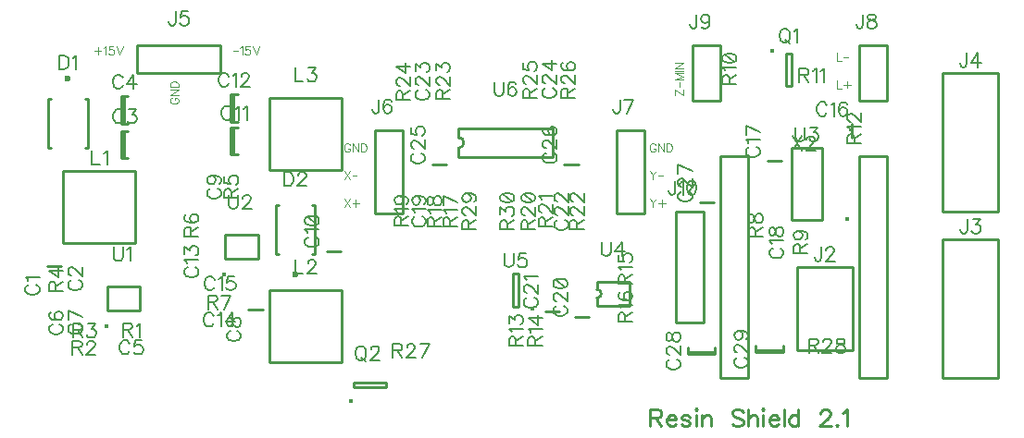
<source format=gbr>
G04 DipTrace 2.4.0.2*
%INTopSilk.gbr*%
%MOIN*%
%ADD10C,0.0098*%
%ADD24C,0.0236*%
%ADD30C,0.0154*%
%ADD33C,0.0157*%
%ADD80C,0.0077*%
%ADD81C,0.0046*%
%ADD82C,0.0093*%
%FSLAX44Y44*%
G04*
G70*
G90*
G75*
G01*
%LNTopSilk*%
%LPD*%
X5185Y10479D2*
D10*
X5696D1*
X7949Y14386D2*
Y15371D1*
X7874Y14386D2*
Y15371D1*
Y14386D2*
X8110D1*
X7874Y15371D2*
X8110D1*
X7949Y15636D2*
Y16621D1*
X7874Y15636D2*
Y16621D1*
Y15636D2*
X8110D1*
X7874Y16621D2*
X8110D1*
X12436Y8917D2*
X12947D1*
X15760Y11027D2*
X15248D1*
X11887Y14511D2*
Y15496D1*
X11812Y14511D2*
Y15496D1*
Y14511D2*
X12048D1*
X11812Y15496D2*
X12048D1*
X11887Y15699D2*
Y16683D1*
X11812Y15699D2*
Y16683D1*
Y15699D2*
X12048D1*
X11812Y16683D2*
X12048D1*
X34165Y15633D2*
Y15122D1*
X31633Y14276D2*
X31122D1*
X24698Y8652D2*
X24187D1*
X23636Y8839D2*
X23124D1*
X19573Y14153D2*
X19061D1*
X24323Y14152D2*
X23812D1*
X29196Y12776D2*
X28684D1*
X29245Y7385D2*
X28260D1*
X29245Y7311D2*
X28260D1*
X29245D2*
Y7546D1*
X28260Y7311D2*
Y7546D1*
X31682Y7448D2*
X30698D1*
X31682Y7373D2*
X30698D1*
X31682D2*
Y7609D1*
X30698Y7373D2*
Y7609D1*
X6649Y16524D2*
Y14752D1*
X5232Y16524D2*
Y14752D1*
X6649D2*
X6551D1*
X6649Y16524D2*
X6551D1*
X5331Y14752D2*
X5232D1*
X5331Y16524D2*
X5232D1*
D24*
X5941Y17242D3*
X13420Y10921D2*
D10*
Y12693D1*
X14837Y10921D2*
Y12693D1*
X13420D2*
X13519D1*
X13420Y10921D2*
X13519D1*
X14739Y12693D2*
X14837D1*
X14739Y10921D2*
X14837D1*
D24*
X14129Y10202D3*
X32190Y7440D2*
D10*
X34190D1*
Y10440D1*
X32190D1*
Y7440D1*
X37440Y6440D2*
X39440D1*
Y11440D1*
X37440D1*
Y6440D1*
Y12440D2*
X39440D1*
Y17440D1*
X37440D1*
Y12440D1*
X8440Y18440D2*
X11440D1*
Y17440D1*
X8440D1*
Y18440D1*
X17004Y12379D2*
X18004D1*
Y15378D1*
X17004D1*
Y12379D1*
X25692D2*
X26692D1*
Y15378D1*
X25692D1*
Y12379D1*
X34440Y16440D2*
X35440D1*
Y18440D1*
X34440D1*
Y16440D1*
X28440D2*
X29440D1*
Y18440D1*
X28440D1*
Y16440D1*
X27818Y8440D2*
X28818D1*
Y12441D1*
X27818D1*
Y8440D1*
X8375Y11329D2*
X5777D1*
Y13928D1*
X8375D1*
Y11329D1*
X15803Y9625D2*
X13205D1*
Y7027D1*
X15803D1*
Y9625D1*
Y16563D2*
X13205D1*
Y13964D1*
X15803D1*
Y16563D1*
D30*
X31293Y18248D3*
X31794Y18156D2*
D10*
Y16975D1*
X31991D1*
Y18156D1*
X31794D1*
D30*
X16132Y5605D3*
X16224Y6107D2*
D10*
X17405D1*
Y6304D1*
X16224D1*
Y6107D1*
X7359Y8873D2*
X8540D1*
X7359Y9740D2*
X8540D1*
Y8873D2*
Y9740D1*
D33*
X7320Y8322D3*
X7359Y8873D2*
D10*
Y9740D1*
X11610Y10749D2*
X12791D1*
X11610Y11615D2*
X12791D1*
Y10749D2*
Y11615D1*
D33*
X11570Y10198D3*
X11610Y10749D2*
D10*
Y11615D1*
D30*
X33992Y12182D3*
X33099Y12171D2*
D10*
Y14770D1*
X31997Y12171D2*
Y14770D1*
X33099D2*
X31997D1*
X33099Y12171D2*
X31997D1*
X24986Y9061D2*
X26167D1*
X24986Y9927D2*
X26167D1*
Y9061D2*
Y9927D1*
X24986Y9061D2*
Y9337D1*
Y9652D2*
Y9927D1*
Y9337D2*
G03X24986Y9652I0J158D01*
G01*
D30*
X22652Y8945D3*
X22151Y9037D2*
D10*
Y10218D1*
X21954D1*
Y9037D1*
X22151D1*
X19999Y14430D2*
X23385D1*
X19999Y15453D2*
X23385D1*
Y14430D2*
Y15453D1*
X19999Y14430D2*
Y14745D1*
Y15138D2*
Y15453D1*
Y14745D2*
G03X19999Y15138I0J197D01*
G01*
X34440Y6440D2*
X35440D1*
Y14440D1*
X34440D1*
Y6440D1*
X29440D2*
X30440D1*
Y14440D1*
X29440D1*
Y6440D1*
X4533Y9813D2*
D80*
X4485Y9789D1*
X4437Y9741D1*
X4413Y9693D1*
Y9598D1*
X4437Y9550D1*
X4485Y9502D1*
X4533Y9478D1*
X4604Y9454D1*
X4724D1*
X4796Y9478D1*
X4844Y9502D1*
X4891Y9550D1*
X4916Y9598D1*
Y9693D1*
X4891Y9741D1*
X4844Y9789D1*
X4796Y9813D1*
X4509Y9967D2*
X4485Y10015D1*
X4414Y10087D1*
X4916D1*
X6069Y9978D2*
X6021Y9954D1*
X5973Y9906D1*
X5949Y9859D1*
Y9763D1*
X5973Y9715D1*
X6021Y9667D1*
X6069Y9643D1*
X6141Y9619D1*
X6260D1*
X6332Y9643D1*
X6380Y9667D1*
X6427Y9715D1*
X6452Y9763D1*
Y9859D1*
X6427Y9906D1*
X6380Y9954D1*
X6332Y9978D1*
X6069Y10157D2*
X6045D1*
X5997Y10180D1*
X5974Y10204D1*
X5950Y10252D1*
Y10348D1*
X5974Y10395D1*
X5997Y10419D1*
X6045Y10444D1*
X6093D1*
X6141Y10419D1*
X6212Y10372D1*
X6452Y10132D1*
Y10467D1*
X7927Y16023D2*
X7903Y16071D1*
X7855Y16119D1*
X7807Y16142D1*
X7712D1*
X7664Y16119D1*
X7616Y16071D1*
X7592Y16023D1*
X7568Y15951D1*
Y15831D1*
X7592Y15760D1*
X7616Y15712D1*
X7664Y15664D1*
X7712Y15640D1*
X7807D1*
X7855Y15664D1*
X7903Y15712D1*
X7927Y15760D1*
X8129Y16142D2*
X8392D1*
X8249Y15951D1*
X8320D1*
X8368Y15927D1*
X8392Y15903D1*
X8416Y15831D1*
Y15784D1*
X8392Y15712D1*
X8344Y15664D1*
X8272Y15640D1*
X8201D1*
X8129Y15664D1*
X8105Y15688D1*
X8081Y15736D1*
X7915Y17273D2*
X7891Y17320D1*
X7843Y17368D1*
X7795Y17392D1*
X7700D1*
X7652Y17368D1*
X7604Y17320D1*
X7580Y17273D1*
X7556Y17201D1*
Y17081D1*
X7580Y17010D1*
X7604Y16962D1*
X7652Y16914D1*
X7700Y16890D1*
X7795D1*
X7843Y16914D1*
X7891Y16962D1*
X7915Y17010D1*
X8308Y16890D2*
Y17392D1*
X8069Y17057D1*
X8428D1*
X8166Y7688D2*
X8142Y7735D1*
X8094Y7783D1*
X8047Y7807D1*
X7951D1*
X7903Y7783D1*
X7855Y7735D1*
X7831Y7688D1*
X7807Y7616D1*
Y7496D1*
X7831Y7425D1*
X7855Y7377D1*
X7903Y7329D1*
X7951Y7305D1*
X8047D1*
X8094Y7329D1*
X8142Y7377D1*
X8166Y7425D1*
X8607Y7807D2*
X8368D1*
X8345Y7592D1*
X8368Y7615D1*
X8440Y7640D1*
X8512D1*
X8583Y7615D1*
X8631Y7568D1*
X8655Y7496D1*
Y7448D1*
X8631Y7377D1*
X8583Y7328D1*
X8512Y7305D1*
X8440D1*
X8368Y7328D1*
X8345Y7353D1*
X8320Y7400D1*
X5381Y8391D2*
X5334Y8367D1*
X5286Y8319D1*
X5262Y8272D1*
Y8176D1*
X5286Y8128D1*
X5334Y8081D1*
X5381Y8056D1*
X5453Y8033D1*
X5573D1*
X5644Y8056D1*
X5692Y8081D1*
X5740Y8128D1*
X5764Y8176D1*
Y8272D1*
X5740Y8319D1*
X5692Y8367D1*
X5644Y8391D1*
X5334Y8832D2*
X5286Y8809D1*
X5262Y8737D1*
Y8689D1*
X5286Y8617D1*
X5358Y8569D1*
X5477Y8546D1*
X5597D1*
X5692Y8569D1*
X5740Y8617D1*
X5764Y8689D1*
Y8713D1*
X5740Y8784D1*
X5692Y8832D1*
X5620Y8856D1*
X5597D1*
X5525Y8832D1*
X5477Y8784D1*
X5454Y8713D1*
Y8689D1*
X5477Y8617D1*
X5525Y8569D1*
X5597Y8546D1*
X6069Y8397D2*
X6021Y8374D1*
X5973Y8325D1*
X5949Y8278D1*
Y8182D1*
X5973Y8134D1*
X6021Y8087D1*
X6069Y8062D1*
X6140Y8039D1*
X6260D1*
X6332Y8062D1*
X6380Y8087D1*
X6427Y8134D1*
X6452Y8182D1*
Y8278D1*
X6427Y8325D1*
X6380Y8374D1*
X6332Y8397D1*
X6452Y8647D2*
X5950Y8887D1*
Y8552D1*
X11783Y8143D2*
X11736Y8119D1*
X11688Y8071D1*
X11664Y8023D1*
Y7928D1*
X11688Y7880D1*
X11736Y7832D1*
X11783Y7808D1*
X11855Y7784D1*
X11975D1*
X12046Y7808D1*
X12094Y7832D1*
X12142Y7880D1*
X12166Y7928D1*
Y8023D1*
X12142Y8071D1*
X12094Y8119D1*
X12046Y8143D1*
X11664Y8417D2*
X11688Y8345D1*
X11736Y8321D1*
X11784D1*
X11831Y8345D1*
X11856Y8393D1*
X11879Y8488D1*
X11903Y8560D1*
X11951Y8608D1*
X11999Y8632D1*
X12071D1*
X12118Y8608D1*
X12143Y8584D1*
X12166Y8512D1*
Y8417D1*
X12143Y8345D1*
X12118Y8321D1*
X12071Y8297D1*
X11999D1*
X11951Y8321D1*
X11903Y8369D1*
X11879Y8440D1*
X11856Y8536D1*
X11831Y8584D1*
X11784Y8608D1*
X11736D1*
X11688Y8584D1*
X11664Y8512D1*
Y8417D1*
X11069Y13285D2*
X11022Y13261D1*
X10974Y13213D1*
X10950Y13165D1*
Y13070D1*
X10974Y13022D1*
X11022Y12974D1*
X11069Y12950D1*
X11141Y12926D1*
X11261D1*
X11332Y12950D1*
X11380Y12974D1*
X11428Y13022D1*
X11452Y13070D1*
Y13165D1*
X11428Y13213D1*
X11380Y13261D1*
X11332Y13285D1*
X11117Y13750D2*
X11189Y13726D1*
X11237Y13678D1*
X11261Y13607D1*
Y13583D1*
X11237Y13511D1*
X11189Y13463D1*
X11117Y13439D1*
X11093D1*
X11022Y13463D1*
X10974Y13511D1*
X10950Y13583D1*
Y13607D1*
X10974Y13678D1*
X11022Y13726D1*
X11117Y13750D1*
X11237D1*
X11357Y13726D1*
X11428Y13678D1*
X11452Y13607D1*
Y13559D1*
X11428Y13487D1*
X11380Y13463D1*
X14596Y11533D2*
X14548Y11510D1*
X14500Y11461D1*
X14476Y11414D1*
Y11318D1*
X14500Y11270D1*
X14548Y11223D1*
X14596Y11198D1*
X14668Y11175D1*
X14787D1*
X14859Y11198D1*
X14907Y11223D1*
X14954Y11270D1*
X14979Y11318D1*
Y11414D1*
X14954Y11461D1*
X14907Y11510D1*
X14859Y11533D1*
X14572Y11688D2*
X14548Y11736D1*
X14477Y11808D1*
X14979D1*
X14477Y12106D2*
X14501Y12034D1*
X14572Y11986D1*
X14692Y11962D1*
X14764D1*
X14883Y11986D1*
X14955Y12034D1*
X14979Y12106D1*
Y12153D1*
X14955Y12225D1*
X14883Y12273D1*
X14764Y12297D1*
X14692D1*
X14572Y12273D1*
X14501Y12225D1*
X14477Y12153D1*
Y12106D1*
X14572Y12273D2*
X14883Y11986D1*
X11835Y16148D2*
X11811Y16196D1*
X11763Y16244D1*
X11716Y16267D1*
X11620D1*
X11572Y16244D1*
X11524Y16196D1*
X11500Y16148D1*
X11476Y16076D1*
Y15956D1*
X11500Y15885D1*
X11524Y15837D1*
X11572Y15789D1*
X11620Y15765D1*
X11716D1*
X11763Y15789D1*
X11811Y15837D1*
X11835Y15885D1*
X11989Y16171D2*
X12037Y16196D1*
X12109Y16267D1*
Y15765D1*
X12264Y16171D2*
X12312Y16196D1*
X12384Y16267D1*
Y15765D1*
X11728Y17336D2*
X11704Y17383D1*
X11656Y17431D1*
X11608Y17455D1*
X11513D1*
X11464Y17431D1*
X11417Y17383D1*
X11393Y17336D1*
X11369Y17264D1*
Y17144D1*
X11393Y17073D1*
X11417Y17024D1*
X11464Y16977D1*
X11513Y16953D1*
X11608D1*
X11656Y16977D1*
X11704Y17024D1*
X11728Y17073D1*
X11882Y17359D2*
X11930Y17383D1*
X12002Y17454D1*
Y16953D1*
X12181Y17335D2*
Y17359D1*
X12204Y17407D1*
X12228Y17431D1*
X12276Y17454D1*
X12372D1*
X12419Y17431D1*
X12443Y17407D1*
X12467Y17359D1*
Y17311D1*
X12443Y17263D1*
X12396Y17192D1*
X12156Y16953D1*
X12491D1*
X10257Y10448D2*
X10209Y10424D1*
X10161Y10376D1*
X10137Y10328D1*
Y10233D1*
X10161Y10185D1*
X10209Y10137D1*
X10257Y10113D1*
X10328Y10089D1*
X10448D1*
X10520Y10113D1*
X10568Y10137D1*
X10615Y10185D1*
X10640Y10233D1*
Y10328D1*
X10615Y10376D1*
X10568Y10424D1*
X10520Y10448D1*
X10233Y10602D2*
X10209Y10650D1*
X10138Y10722D1*
X10640D1*
X10138Y10925D2*
Y11187D1*
X10329Y11044D1*
Y11116D1*
X10353Y11163D1*
X10377Y11187D1*
X10448Y11211D1*
X10496D1*
X10568Y11187D1*
X10616Y11140D1*
X10640Y11068D1*
Y10996D1*
X10616Y10925D1*
X10592Y10901D1*
X10544Y10877D1*
X11187Y8688D2*
X11163Y8735D1*
X11115Y8783D1*
X11067Y8807D1*
X10972D1*
X10924Y8783D1*
X10876Y8735D1*
X10852Y8688D1*
X10828Y8616D1*
Y8496D1*
X10852Y8425D1*
X10876Y8377D1*
X10924Y8329D1*
X10972Y8305D1*
X11067D1*
X11115Y8329D1*
X11163Y8377D1*
X11187Y8425D1*
X11341Y8711D2*
X11389Y8735D1*
X11461Y8807D1*
Y8305D1*
X11855D2*
Y8807D1*
X11615Y8472D1*
X11974D1*
X11217Y10000D2*
X11193Y10048D1*
X11145Y10096D1*
X11097Y10120D1*
X11002D1*
X10954Y10096D1*
X10906Y10048D1*
X10882Y10000D1*
X10858Y9928D1*
Y9808D1*
X10882Y9737D1*
X10906Y9689D1*
X10954Y9642D1*
X11002Y9617D1*
X11097D1*
X11145Y9642D1*
X11193Y9689D1*
X11217Y9737D1*
X11371Y10023D2*
X11419Y10048D1*
X11491Y10119D1*
Y9617D1*
X11932Y10119D2*
X11694D1*
X11670Y9904D1*
X11694Y9928D1*
X11765Y9952D1*
X11837D1*
X11909Y9928D1*
X11957Y9880D1*
X11980Y9808D1*
Y9761D1*
X11957Y9689D1*
X11909Y9641D1*
X11837Y9617D1*
X11765D1*
X11694Y9641D1*
X11670Y9665D1*
X11645Y9713D1*
X33266Y16286D2*
X33242Y16333D1*
X33194Y16381D1*
X33147Y16405D1*
X33051D1*
X33003Y16381D1*
X32955Y16333D1*
X32931Y16286D1*
X32907Y16214D1*
Y16094D1*
X32931Y16023D1*
X32955Y15974D1*
X33003Y15927D1*
X33051Y15903D1*
X33147D1*
X33194Y15927D1*
X33242Y15974D1*
X33266Y16023D1*
X33420Y16309D2*
X33468Y16333D1*
X33540Y16404D1*
Y15903D1*
X33982Y16333D2*
X33958Y16381D1*
X33886Y16404D1*
X33838D1*
X33767Y16381D1*
X33719Y16309D1*
X33695Y16189D1*
Y16070D1*
X33719Y15974D1*
X33767Y15926D1*
X33838Y15903D1*
X33862D1*
X33934Y15926D1*
X33982Y15974D1*
X34005Y16046D1*
Y16070D1*
X33982Y16142D1*
X33934Y16189D1*
X33862Y16213D1*
X33838D1*
X33767Y16189D1*
X33719Y16142D1*
X33695Y16070D1*
X30469Y14783D2*
X30422Y14759D1*
X30374Y14711D1*
X30350Y14663D1*
Y14568D1*
X30374Y14520D1*
X30422Y14472D1*
X30469Y14448D1*
X30541Y14424D1*
X30661D1*
X30732Y14448D1*
X30781Y14472D1*
X30828Y14520D1*
X30852Y14568D1*
Y14663D1*
X30828Y14711D1*
X30781Y14759D1*
X30732Y14783D1*
X30446Y14937D2*
X30422Y14985D1*
X30351Y15057D1*
X30852D1*
Y15307D2*
X30351Y15546D1*
Y15211D1*
X31318Y11135D2*
X31270Y11111D1*
X31222Y11063D1*
X31198Y11016D1*
Y10920D1*
X31222Y10872D1*
X31270Y10824D1*
X31318Y10800D1*
X31390Y10776D1*
X31510D1*
X31581Y10800D1*
X31629Y10824D1*
X31676Y10872D1*
X31701Y10920D1*
Y11016D1*
X31676Y11063D1*
X31629Y11111D1*
X31581Y11135D1*
X31295Y11289D2*
X31270Y11337D1*
X31199Y11409D1*
X31701D1*
X31199Y11683D2*
X31223Y11612D1*
X31270Y11587D1*
X31318D1*
X31366Y11612D1*
X31390Y11659D1*
X31414Y11755D1*
X31438Y11827D1*
X31486Y11874D1*
X31533Y11898D1*
X31605D1*
X31653Y11874D1*
X31677Y11851D1*
X31701Y11779D1*
Y11683D1*
X31677Y11612D1*
X31653Y11587D1*
X31605Y11564D1*
X31533D1*
X31486Y11587D1*
X31438Y11636D1*
X31414Y11707D1*
X31390Y11802D1*
X31366Y11851D1*
X31318Y11874D1*
X31270D1*
X31223Y11851D1*
X31199Y11779D1*
Y11683D1*
X18445Y12273D2*
X18397Y12249D1*
X18349Y12201D1*
X18326Y12153D1*
Y12058D1*
X18349Y12010D1*
X18397Y11962D1*
X18445Y11938D1*
X18517Y11914D1*
X18637D1*
X18708Y11938D1*
X18756Y11962D1*
X18804Y12009D1*
X18828Y12058D1*
Y12153D1*
X18804Y12201D1*
X18756Y12249D1*
X18708Y12273D1*
X18422Y12427D2*
X18397Y12475D1*
X18326Y12547D1*
X18828D1*
X18493Y13012D2*
X18565Y12988D1*
X18613Y12941D1*
X18637Y12869D1*
Y12845D1*
X18613Y12773D1*
X18565Y12726D1*
X18493Y12701D1*
X18469D1*
X18397Y12726D1*
X18350Y12773D1*
X18326Y12845D1*
Y12869D1*
X18350Y12941D1*
X18397Y12988D1*
X18493Y13012D1*
X18613D1*
X18732Y12988D1*
X18804Y12941D1*
X18828Y12869D1*
Y12821D1*
X18804Y12749D1*
X18756Y12726D1*
X23535Y9051D2*
X23487Y9027D1*
X23439Y8979D1*
X23415Y8931D1*
Y8836D1*
X23439Y8788D1*
X23487Y8740D1*
X23535Y8716D1*
X23606Y8692D1*
X23726D1*
X23798Y8716D1*
X23846Y8740D1*
X23893Y8788D1*
X23918Y8836D1*
Y8931D1*
X23893Y8979D1*
X23846Y9027D1*
X23798Y9051D1*
X23535Y9229D2*
X23511D1*
X23463Y9253D1*
X23440Y9277D1*
X23416Y9325D1*
Y9421D1*
X23440Y9468D1*
X23463Y9492D1*
X23511Y9516D1*
X23559D1*
X23607Y9492D1*
X23678Y9444D1*
X23918Y9205D1*
Y9540D1*
X23416Y9838D2*
X23440Y9766D1*
X23511Y9718D1*
X23631Y9694D1*
X23703D1*
X23822Y9718D1*
X23894Y9766D1*
X23918Y9838D1*
Y9886D1*
X23894Y9957D1*
X23822Y10005D1*
X23703Y10029D1*
X23631D1*
X23511Y10005D1*
X23440Y9957D1*
X23416Y9886D1*
Y9838D1*
X23511Y10005D2*
X23822Y9718D1*
X22472Y9346D2*
X22424Y9322D1*
X22376Y9274D1*
X22352Y9226D1*
Y9131D1*
X22376Y9083D1*
X22424Y9035D1*
X22472Y9011D1*
X22544Y8987D1*
X22664D1*
X22735Y9011D1*
X22783Y9035D1*
X22831Y9083D1*
X22855Y9131D1*
Y9226D1*
X22831Y9274D1*
X22783Y9322D1*
X22735Y9346D1*
X22472Y9524D2*
X22449D1*
X22401Y9548D1*
X22377Y9572D1*
X22353Y9620D1*
Y9716D1*
X22377Y9763D1*
X22401Y9787D1*
X22449Y9811D1*
X22496D1*
X22544Y9787D1*
X22616Y9739D1*
X22855Y9500D1*
Y9835D1*
X22449Y9989D2*
X22424Y10038D1*
X22353Y10109D1*
X22855D1*
X23570Y12153D2*
X23522Y12129D1*
X23474Y12081D1*
X23451Y12034D1*
Y11938D1*
X23474Y11890D1*
X23522Y11843D1*
X23570Y11818D1*
X23642Y11795D1*
X23762D1*
X23833Y11818D1*
X23881Y11843D1*
X23929Y11890D1*
X23953Y11938D1*
Y12034D1*
X23929Y12081D1*
X23881Y12129D1*
X23833Y12153D1*
X23571Y12332D2*
X23547D1*
X23499Y12356D1*
X23475Y12379D1*
X23451Y12428D1*
Y12523D1*
X23475Y12571D1*
X23499Y12594D1*
X23547Y12619D1*
X23594D1*
X23642Y12594D1*
X23714Y12547D1*
X23953Y12308D1*
Y12643D1*
X23571Y12821D2*
X23547D1*
X23499Y12845D1*
X23475Y12869D1*
X23451Y12917D1*
Y13012D1*
X23475Y13060D1*
X23499Y13084D1*
X23547Y13108D1*
X23594D1*
X23642Y13084D1*
X23714Y13036D1*
X23953Y12797D1*
Y13132D1*
X18570Y16841D2*
X18522Y16817D1*
X18474Y16769D1*
X18451Y16722D1*
Y16626D1*
X18474Y16578D1*
X18522Y16530D1*
X18570Y16506D1*
X18642Y16482D1*
X18762D1*
X18833Y16506D1*
X18881Y16530D1*
X18929Y16578D1*
X18953Y16626D1*
Y16722D1*
X18929Y16769D1*
X18881Y16817D1*
X18833Y16841D1*
X18571Y17020D2*
X18547D1*
X18499Y17043D1*
X18475Y17067D1*
X18451Y17115D1*
Y17211D1*
X18475Y17258D1*
X18499Y17282D1*
X18547Y17307D1*
X18594D1*
X18642Y17282D1*
X18714Y17235D1*
X18953Y16995D1*
Y17330D1*
X18451Y17533D2*
Y17795D1*
X18642Y17652D1*
Y17724D1*
X18666Y17772D1*
X18690Y17795D1*
X18762Y17820D1*
X18809D1*
X18881Y17795D1*
X18929Y17748D1*
X18953Y17676D1*
Y17604D1*
X18929Y17533D1*
X18905Y17509D1*
X18857Y17485D1*
X23133Y16910D2*
X23085Y16886D1*
X23037Y16838D1*
X23014Y16791D1*
Y16695D1*
X23037Y16647D1*
X23085Y16599D1*
X23133Y16575D1*
X23205Y16551D1*
X23325D1*
X23396Y16575D1*
X23444Y16599D1*
X23492Y16647D1*
X23516Y16695D1*
Y16791D1*
X23492Y16838D1*
X23444Y16886D1*
X23396Y16910D1*
X23133Y17089D2*
X23110D1*
X23062Y17112D1*
X23038Y17136D1*
X23014Y17184D1*
Y17280D1*
X23038Y17327D1*
X23062Y17351D1*
X23110Y17375D1*
X23157D1*
X23205Y17351D1*
X23277Y17304D1*
X23516Y17064D1*
Y17399D1*
Y17793D2*
X23014D1*
X23348Y17554D1*
Y17912D1*
X18409Y14551D2*
X18361Y14528D1*
X18313Y14479D1*
X18290Y14432D1*
Y14336D1*
X18313Y14288D1*
X18361Y14241D1*
X18409Y14216D1*
X18481Y14193D1*
X18601D1*
X18672Y14216D1*
X18720Y14241D1*
X18768Y14288D1*
X18792Y14336D1*
Y14432D1*
X18768Y14479D1*
X18720Y14528D1*
X18672Y14551D1*
X18410Y14730D2*
X18386D1*
X18338Y14754D1*
X18314Y14778D1*
X18290Y14826D1*
Y14921D1*
X18314Y14969D1*
X18338Y14993D1*
X18386Y15017D1*
X18433D1*
X18481Y14993D1*
X18553Y14945D1*
X18792Y14706D1*
Y15041D1*
X18290Y15482D2*
Y15243D1*
X18505Y15219D1*
X18481Y15243D1*
X18457Y15315D1*
Y15386D1*
X18481Y15458D1*
X18529Y15506D1*
X18601Y15530D1*
X18648D1*
X18720Y15506D1*
X18768Y15458D1*
X18792Y15386D1*
Y15315D1*
X18768Y15243D1*
X18744Y15219D1*
X18696Y15195D1*
X23159Y14563D2*
X23112Y14540D1*
X23063Y14492D1*
X23040Y14444D1*
Y14348D1*
X23063Y14300D1*
X23112Y14253D1*
X23159Y14228D1*
X23231Y14205D1*
X23351D1*
X23422Y14228D1*
X23470Y14253D1*
X23518Y14300D1*
X23542Y14348D1*
Y14444D1*
X23518Y14492D1*
X23470Y14540D1*
X23422Y14563D1*
X23160Y14742D2*
X23136D1*
X23088Y14766D1*
X23064Y14790D1*
X23040Y14838D1*
Y14933D1*
X23064Y14981D1*
X23088Y15005D1*
X23136Y15029D1*
X23183D1*
X23232Y15005D1*
X23303Y14957D1*
X23542Y14718D1*
Y15053D1*
X23112Y15494D2*
X23064Y15470D1*
X23040Y15398D1*
Y15351D1*
X23064Y15279D1*
X23136Y15231D1*
X23255Y15207D1*
X23375D1*
X23470Y15231D1*
X23518Y15279D1*
X23542Y15351D1*
Y15375D1*
X23518Y15446D1*
X23470Y15494D1*
X23398Y15518D1*
X23375D1*
X23303Y15494D1*
X23255Y15446D1*
X23232Y15375D1*
Y15351D1*
X23255Y15279D1*
X23303Y15231D1*
X23375Y15207D1*
X28032Y13175D2*
X27984Y13151D1*
X27936Y13103D1*
X27912Y13056D1*
Y12960D1*
X27936Y12912D1*
X27984Y12865D1*
X28032Y12840D1*
X28104Y12816D1*
X28224D1*
X28295Y12840D1*
X28343Y12865D1*
X28391Y12912D1*
X28415Y12960D1*
Y13056D1*
X28391Y13103D1*
X28343Y13151D1*
X28295Y13175D1*
X28032Y13354D2*
X28009D1*
X27961Y13378D1*
X27937Y13401D1*
X27913Y13450D1*
Y13545D1*
X27937Y13593D1*
X27961Y13616D1*
X28009Y13641D1*
X28056D1*
X28104Y13616D1*
X28176Y13569D1*
X28415Y13330D1*
Y13665D1*
Y13915D2*
X27913Y14154D1*
Y13819D1*
X27608Y7119D2*
X27561Y7095D1*
X27513Y7047D1*
X27489Y7000D1*
Y6904D1*
X27513Y6856D1*
X27561Y6808D1*
X27608Y6784D1*
X27680Y6760D1*
X27800D1*
X27871Y6784D1*
X27919Y6808D1*
X27967Y6856D1*
X27991Y6904D1*
Y7000D1*
X27967Y7047D1*
X27919Y7095D1*
X27871Y7119D1*
X27609Y7298D2*
X27585D1*
X27537Y7321D1*
X27513Y7345D1*
X27489Y7393D1*
Y7489D1*
X27513Y7536D1*
X27537Y7560D1*
X27585Y7585D1*
X27632D1*
X27681Y7560D1*
X27752Y7513D1*
X27991Y7273D1*
Y7608D1*
X27489Y7882D2*
X27513Y7811D1*
X27561Y7786D1*
X27609D1*
X27656Y7811D1*
X27681Y7858D1*
X27704Y7954D1*
X27728Y8026D1*
X27776Y8073D1*
X27824Y8097D1*
X27896D1*
X27943Y8073D1*
X27967Y8050D1*
X27991Y7978D1*
Y7882D1*
X27967Y7811D1*
X27943Y7786D1*
X27896Y7763D1*
X27824D1*
X27776Y7786D1*
X27728Y7835D1*
X27704Y7906D1*
X27681Y8001D1*
X27656Y8050D1*
X27609Y8073D1*
X27561D1*
X27513Y8050D1*
X27489Y7978D1*
Y7882D1*
X30046Y7193D2*
X29998Y7169D1*
X29950Y7121D1*
X29926Y7074D1*
Y6978D1*
X29950Y6930D1*
X29998Y6882D1*
X30046Y6858D1*
X30118Y6834D1*
X30237D1*
X30309Y6858D1*
X30357Y6882D1*
X30404Y6930D1*
X30429Y6978D1*
Y7074D1*
X30404Y7121D1*
X30357Y7169D1*
X30309Y7193D1*
X30046Y7372D2*
X30022D1*
X29974Y7396D1*
X29951Y7419D1*
X29927Y7467D1*
Y7563D1*
X29951Y7611D1*
X29974Y7634D1*
X30022Y7659D1*
X30070D1*
X30118Y7634D1*
X30189Y7587D1*
X30429Y7347D1*
Y7682D1*
X30094Y8148D2*
X30166Y8124D1*
X30214Y8076D1*
X30237Y8004D1*
Y7981D1*
X30214Y7909D1*
X30166Y7861D1*
X30094Y7837D1*
X30070D1*
X29998Y7861D1*
X29951Y7909D1*
X29927Y7981D1*
Y8004D1*
X29951Y8076D1*
X29998Y8124D1*
X30094Y8148D1*
X30214D1*
X30333Y8124D1*
X30405Y8076D1*
X30429Y8004D1*
Y7957D1*
X30405Y7885D1*
X30357Y7861D1*
X5636Y18092D2*
Y17590D1*
X5804D1*
X5875Y17614D1*
X5924Y17662D1*
X5947Y17710D1*
X5971Y17781D1*
Y17901D1*
X5947Y17973D1*
X5924Y18020D1*
X5875Y18069D1*
X5804Y18092D1*
X5636D1*
X6125Y17996D2*
X6174Y18020D1*
X6245Y18092D1*
Y17590D1*
X13717Y13878D2*
Y13375D1*
X13884D1*
X13956Y13399D1*
X14004Y13447D1*
X14028Y13495D1*
X14052Y13566D1*
Y13686D1*
X14028Y13758D1*
X14004Y13806D1*
X13956Y13854D1*
X13884Y13878D1*
X13717D1*
X14230Y13758D2*
Y13781D1*
X14254Y13829D1*
X14278Y13853D1*
X14326Y13877D1*
X14422D1*
X14469Y13853D1*
X14493Y13829D1*
X14517Y13781D1*
Y13734D1*
X14493Y13686D1*
X14445Y13614D1*
X14206Y13375D1*
X14541D1*
X33065Y11172D2*
Y10790D1*
X33041Y10718D1*
X33017Y10694D1*
X32969Y10670D1*
X32921D1*
X32874Y10694D1*
X32850Y10718D1*
X32826Y10790D1*
Y10837D1*
X33244Y11052D2*
Y11076D1*
X33267Y11124D1*
X33291Y11148D1*
X33339Y11172D1*
X33435D1*
X33482Y11148D1*
X33506Y11124D1*
X33531Y11076D1*
Y11029D1*
X33506Y10980D1*
X33459Y10909D1*
X33219Y10670D1*
X33554D1*
X38315Y12172D2*
Y11790D1*
X38291Y11718D1*
X38267Y11694D1*
X38219Y11670D1*
X38171D1*
X38124Y11694D1*
X38100Y11718D1*
X38076Y11790D1*
Y11837D1*
X38517Y12172D2*
X38780D1*
X38637Y11980D1*
X38709D1*
X38756Y11957D1*
X38780Y11933D1*
X38804Y11861D1*
Y11814D1*
X38780Y11742D1*
X38732Y11694D1*
X38661Y11670D1*
X38589D1*
X38517Y11694D1*
X38494Y11718D1*
X38469Y11765D1*
X38303Y18172D2*
Y17790D1*
X38279Y17718D1*
X38255Y17694D1*
X38207Y17670D1*
X38159D1*
X38112Y17694D1*
X38088Y17718D1*
X38064Y17790D1*
Y17837D1*
X38697Y17670D2*
Y18172D1*
X38458Y17837D1*
X38816D1*
X9815Y19672D2*
Y19290D1*
X9791Y19218D1*
X9767Y19194D1*
X9719Y19170D1*
X9671D1*
X9624Y19194D1*
X9600Y19218D1*
X9576Y19290D1*
Y19337D1*
X10256Y19672D2*
X10017D1*
X9994Y19457D1*
X10017Y19480D1*
X10089Y19505D1*
X10161D1*
X10232Y19480D1*
X10281Y19433D1*
X10304Y19361D1*
Y19314D1*
X10281Y19242D1*
X10232Y19194D1*
X10161Y19170D1*
X10089D1*
X10017Y19194D1*
X9994Y19218D1*
X9969Y19265D1*
X17142Y16504D2*
Y16122D1*
X17118Y16050D1*
X17094Y16026D1*
X17046Y16002D1*
X16998D1*
X16950Y16026D1*
X16927Y16050D1*
X16902Y16122D1*
Y16169D1*
X17583Y16433D2*
X17559Y16480D1*
X17487Y16504D1*
X17440D1*
X17368Y16480D1*
X17320Y16408D1*
X17296Y16289D1*
Y16169D1*
X17320Y16074D1*
X17368Y16026D1*
X17440Y16002D1*
X17463D1*
X17535Y16026D1*
X17583Y16074D1*
X17607Y16146D1*
Y16169D1*
X17583Y16241D1*
X17535Y16289D1*
X17463Y16313D1*
X17440D1*
X17368Y16289D1*
X17320Y16241D1*
X17296Y16169D1*
X25817Y16504D2*
Y16122D1*
X25793Y16050D1*
X25769Y16026D1*
X25722Y16002D1*
X25674D1*
X25626Y16026D1*
X25602Y16050D1*
X25578Y16122D1*
Y16170D1*
X26067Y16002D2*
X26307Y16504D1*
X25972D1*
X34565Y19566D2*
Y19183D1*
X34542Y19112D1*
X34517Y19088D1*
X34470Y19064D1*
X34422D1*
X34374Y19088D1*
X34350Y19112D1*
X34326Y19183D1*
Y19231D1*
X34839Y19565D2*
X34768Y19542D1*
X34743Y19494D1*
Y19446D1*
X34768Y19398D1*
X34815Y19374D1*
X34911Y19350D1*
X34983Y19327D1*
X35030Y19279D1*
X35054Y19231D1*
Y19159D1*
X35030Y19112D1*
X35007Y19087D1*
X34935Y19064D1*
X34839D1*
X34768Y19087D1*
X34743Y19112D1*
X34720Y19159D1*
Y19231D1*
X34743Y19279D1*
X34792Y19327D1*
X34863Y19350D1*
X34958Y19374D1*
X35007Y19398D1*
X35030Y19446D1*
Y19494D1*
X35007Y19542D1*
X34935Y19565D1*
X34839D1*
X28577Y19566D2*
Y19183D1*
X28553Y19112D1*
X28529Y19088D1*
X28481Y19064D1*
X28433D1*
X28386Y19088D1*
X28362Y19112D1*
X28338Y19183D1*
Y19231D1*
X29042Y19398D2*
X29018Y19327D1*
X28971Y19279D1*
X28899Y19255D1*
X28875D1*
X28803Y19279D1*
X28756Y19327D1*
X28731Y19398D1*
Y19422D1*
X28756Y19494D1*
X28803Y19542D1*
X28875Y19565D1*
X28899D1*
X28971Y19542D1*
X29018Y19494D1*
X29042Y19398D1*
Y19279D1*
X29018Y19159D1*
X28971Y19087D1*
X28899Y19064D1*
X28851D1*
X28779Y19087D1*
X28756Y19135D1*
X27806Y13566D2*
Y13184D1*
X27782Y13112D1*
X27758Y13088D1*
X27710Y13064D1*
X27662D1*
X27615Y13088D1*
X27591Y13112D1*
X27567Y13184D1*
Y13232D1*
X27960Y13470D2*
X28008Y13495D1*
X28080Y13566D1*
Y13064D1*
X28378Y13566D2*
X28306Y13542D1*
X28258Y13470D1*
X28235Y13351D1*
Y13279D1*
X28258Y13160D1*
X28306Y13088D1*
X28378Y13064D1*
X28426D1*
X28498Y13088D1*
X28545Y13160D1*
X28570Y13279D1*
Y13351D1*
X28545Y13470D1*
X28498Y13542D1*
X28426Y13566D1*
X28378D1*
X28545Y13470D2*
X28258Y13160D1*
X6795Y14660D2*
Y14157D1*
X7082D1*
X7237Y14564D2*
X7285Y14588D1*
X7357Y14659D1*
Y14157D1*
X14116Y10712D2*
Y10209D1*
X14403D1*
X14581Y10592D2*
Y10616D1*
X14605Y10664D1*
X14629Y10687D1*
X14677Y10711D1*
X14773D1*
X14820Y10687D1*
X14844Y10664D1*
X14868Y10616D1*
Y10568D1*
X14844Y10520D1*
X14796Y10449D1*
X14557Y10209D1*
X14892D1*
X14116Y17649D2*
Y17147D1*
X14403D1*
X14605Y17649D2*
X14868D1*
X14724Y17457D1*
X14796D1*
X14844Y17434D1*
X14868Y17410D1*
X14892Y17338D1*
Y17290D1*
X14868Y17219D1*
X14820Y17171D1*
X14748Y17147D1*
X14676D1*
X14605Y17171D1*
X14581Y17195D1*
X14557Y17242D1*
X31699Y19058D2*
X31651Y19035D1*
X31603Y18986D1*
X31580Y18938D1*
X31555Y18867D1*
Y18747D1*
X31580Y18675D1*
X31603Y18628D1*
X31651Y18580D1*
X31699Y18556D1*
X31795D1*
X31843Y18580D1*
X31890Y18628D1*
X31914Y18675D1*
X31938Y18747D1*
Y18867D1*
X31914Y18938D1*
X31890Y18986D1*
X31843Y19035D1*
X31795Y19058D1*
X31699D1*
X31771Y18652D2*
X31914Y18508D1*
X32093Y18962D2*
X32141Y18986D1*
X32213Y19057D1*
Y18555D1*
X16437Y7597D2*
X16390Y7574D1*
X16341Y7526D1*
X16318Y7478D1*
X16293Y7406D1*
Y7286D1*
X16318Y7214D1*
X16341Y7167D1*
X16390Y7119D1*
X16437Y7095D1*
X16533D1*
X16581Y7119D1*
X16628Y7167D1*
X16652Y7214D1*
X16676Y7286D1*
Y7406D1*
X16652Y7478D1*
X16628Y7526D1*
X16581Y7574D1*
X16533Y7597D1*
X16437D1*
X16509Y7191D2*
X16652Y7047D1*
X16855Y7477D2*
Y7501D1*
X16879Y7549D1*
X16903Y7573D1*
X16951Y7596D1*
X17046D1*
X17094Y7573D1*
X17118Y7549D1*
X17142Y7501D1*
Y7453D1*
X17118Y7405D1*
X17070Y7334D1*
X16831Y7095D1*
X17166D1*
X7927Y8193D2*
X8142D1*
X8213Y8217D1*
X8238Y8241D1*
X8262Y8288D1*
Y8336D1*
X8238Y8384D1*
X8213Y8408D1*
X8142Y8432D1*
X7927D1*
Y7930D1*
X8094Y8193D2*
X8262Y7930D1*
X8416Y8336D2*
X8464Y8360D1*
X8536Y8432D1*
Y7930D1*
X6113Y7549D2*
X6328D1*
X6400Y7574D1*
X6425Y7598D1*
X6448Y7645D1*
Y7693D1*
X6425Y7741D1*
X6400Y7765D1*
X6328Y7789D1*
X6113D1*
Y7286D1*
X6281Y7549D2*
X6448Y7286D1*
X6627Y7669D2*
Y7693D1*
X6651Y7741D1*
X6675Y7764D1*
X6723Y7788D1*
X6818D1*
X6866Y7764D1*
X6890Y7741D1*
X6914Y7693D1*
Y7645D1*
X6890Y7597D1*
X6842Y7526D1*
X6603Y7286D1*
X6938D1*
X6132Y8174D2*
X6347D1*
X6418Y8199D1*
X6443Y8223D1*
X6467Y8270D1*
Y8318D1*
X6443Y8366D1*
X6418Y8390D1*
X6347Y8414D1*
X6132D1*
Y7911D1*
X6299Y8174D2*
X6467Y7911D1*
X6669Y8413D2*
X6932D1*
X6788Y8222D1*
X6860D1*
X6908Y8198D1*
X6932Y8174D1*
X6956Y8103D1*
Y8055D1*
X6932Y7983D1*
X6884Y7935D1*
X6812Y7911D1*
X6740D1*
X6669Y7935D1*
X6645Y7959D1*
X6621Y8007D1*
X5501Y9601D2*
Y9816D1*
X5477Y9888D1*
X5453Y9912D1*
X5406Y9936D1*
X5357D1*
X5310Y9912D1*
X5286Y9888D1*
X5262Y9816D1*
Y9601D1*
X5764D1*
X5501Y9769D2*
X5764Y9936D1*
Y10330D2*
X5262D1*
X5597Y10090D1*
Y10449D1*
X11814Y12944D2*
Y13159D1*
X11790Y13231D1*
X11766Y13255D1*
X11719Y13279D1*
X11670D1*
X11623Y13255D1*
X11599Y13231D1*
X11575Y13159D1*
Y12944D1*
X12077D1*
X11814Y13112D2*
X12077Y13279D1*
X11575Y13720D2*
Y13482D1*
X11790Y13458D1*
X11767Y13482D1*
X11742Y13554D1*
Y13625D1*
X11767Y13697D1*
X11814Y13745D1*
X11886Y13769D1*
X11934D1*
X12005Y13745D1*
X12053Y13697D1*
X12077Y13625D1*
Y13554D1*
X12053Y13482D1*
X12029Y13458D1*
X11982Y13434D1*
X10377Y11563D2*
Y11778D1*
X10352Y11850D1*
X10328Y11874D1*
X10281Y11898D1*
X10233D1*
X10185Y11874D1*
X10161Y11850D1*
X10137Y11778D1*
Y11563D1*
X10640D1*
X10377Y11730D2*
X10640Y11898D1*
X10209Y12339D2*
X10162Y12315D1*
X10138Y12244D1*
Y12196D1*
X10162Y12124D1*
X10233Y12076D1*
X10353Y12052D1*
X10472D1*
X10568Y12076D1*
X10616Y12124D1*
X10640Y12196D1*
Y12220D1*
X10616Y12291D1*
X10568Y12339D1*
X10496Y12363D1*
X10472D1*
X10400Y12339D1*
X10353Y12291D1*
X10329Y12220D1*
Y12196D1*
X10353Y12124D1*
X10400Y12076D1*
X10472Y12052D1*
X10989Y9193D2*
X11204D1*
X11276Y9217D1*
X11300Y9241D1*
X11324Y9288D1*
Y9337D1*
X11300Y9384D1*
X11276Y9408D1*
X11204Y9432D1*
X10989D1*
Y8930D1*
X11156Y9193D2*
X11324Y8930D1*
X11574D2*
X11813Y9432D1*
X11478D1*
X30688Y11550D2*
Y11765D1*
X30663Y11837D1*
X30640Y11861D1*
X30592Y11885D1*
X30544D1*
X30496Y11861D1*
X30472Y11837D1*
X30448Y11765D1*
Y11550D1*
X30951D1*
X30688Y11718D2*
X30951Y11885D1*
X30449Y12159D2*
X30473Y12088D1*
X30520Y12063D1*
X30568D1*
X30616Y12088D1*
X30640Y12135D1*
X30664Y12231D1*
X30688Y12303D1*
X30736Y12350D1*
X30783Y12374D1*
X30855D1*
X30903Y12350D1*
X30927Y12326D1*
X30951Y12255D1*
Y12159D1*
X30927Y12088D1*
X30903Y12063D1*
X30855Y12040D1*
X30783D1*
X30736Y12063D1*
X30688Y12111D1*
X30664Y12183D1*
X30640Y12278D1*
X30616Y12326D1*
X30568Y12350D1*
X30520D1*
X30473Y12326D1*
X30449Y12255D1*
Y12159D1*
X32313Y10955D2*
Y11170D1*
X32288Y11242D1*
X32265Y11266D1*
X32217Y11290D1*
X32169D1*
X32121Y11266D1*
X32097Y11242D1*
X32073Y11170D1*
Y10955D1*
X32576D1*
X32313Y11123D2*
X32576Y11290D1*
X32241Y11756D2*
X32313Y11731D1*
X32361Y11684D1*
X32385Y11612D1*
Y11588D1*
X32361Y11516D1*
X32313Y11469D1*
X32241Y11444D1*
X32217D1*
X32145Y11469D1*
X32098Y11516D1*
X32074Y11588D1*
Y11612D1*
X32098Y11684D1*
X32145Y11731D1*
X32241Y11756D1*
X32361D1*
X32480Y11731D1*
X32552Y11684D1*
X32576Y11612D1*
Y11564D1*
X32552Y11493D1*
X32504Y11469D1*
X29750Y17056D2*
Y17271D1*
X29726Y17343D1*
X29702Y17367D1*
X29655Y17391D1*
X29607D1*
X29559Y17367D1*
X29535Y17343D1*
X29511Y17271D1*
Y17056D1*
X30013D1*
X29750Y17224D2*
X30013Y17391D1*
X29607Y17545D2*
X29583Y17593D1*
X29511Y17665D1*
X30013D1*
X29511Y17963D2*
X29535Y17892D1*
X29607Y17843D1*
X29726Y17820D1*
X29798D1*
X29918Y17843D1*
X29990Y17892D1*
X30013Y17963D1*
Y18011D1*
X29990Y18083D1*
X29918Y18130D1*
X29798Y18155D1*
X29726D1*
X29607Y18130D1*
X29535Y18083D1*
X29511Y18011D1*
Y17963D1*
X29607Y18130D2*
X29918Y17843D1*
X32270Y17380D2*
X32485D1*
X32557Y17404D1*
X32582Y17428D1*
X32605Y17475D1*
Y17523D1*
X32582Y17571D1*
X32557Y17595D1*
X32485Y17619D1*
X32270D1*
Y17117D1*
X32438Y17380D2*
X32605Y17117D1*
X32760Y17523D2*
X32808Y17547D1*
X32880Y17619D1*
Y17117D1*
X33034Y17523D2*
X33082Y17547D1*
X33154Y17619D1*
Y17117D1*
X34250Y14913D2*
Y15128D1*
X34226Y15200D1*
X34202Y15224D1*
X34155Y15248D1*
X34107D1*
X34059Y15224D1*
X34035Y15200D1*
X34011Y15128D1*
Y14913D1*
X34513D1*
X34250Y15080D2*
X34513Y15248D1*
X34107Y15402D2*
X34083Y15450D1*
X34011Y15522D1*
X34513D1*
X34131Y15701D2*
X34107D1*
X34059Y15725D1*
X34035Y15748D1*
X34011Y15796D1*
Y15892D1*
X34035Y15940D1*
X34059Y15963D1*
X34107Y15988D1*
X34155D1*
X34203Y15963D1*
X34274Y15916D1*
X34513Y15676D1*
Y16011D1*
X22065Y7619D2*
Y7834D1*
X22041Y7906D1*
X22017Y7930D1*
X21970Y7954D1*
X21922D1*
X21874Y7930D1*
X21850Y7906D1*
X21826Y7834D1*
Y7619D1*
X22328D1*
X22065Y7787D2*
X22328Y7954D1*
X21922Y8108D2*
X21898Y8156D1*
X21826Y8228D1*
X22328D1*
X21826Y8431D2*
Y8693D1*
X22018Y8550D1*
Y8622D1*
X22041Y8670D1*
X22065Y8693D1*
X22137Y8718D1*
X22185D1*
X22256Y8693D1*
X22305Y8646D1*
X22328Y8574D1*
Y8502D1*
X22305Y8431D1*
X22280Y8407D1*
X22233Y8383D1*
X22753Y7607D2*
Y7822D1*
X22728Y7894D1*
X22705Y7918D1*
X22657Y7942D1*
X22609D1*
X22562Y7918D1*
X22537Y7894D1*
X22513Y7822D1*
Y7607D1*
X23016D1*
X22753Y7775D2*
X23016Y7942D1*
X22610Y8096D2*
X22585Y8145D1*
X22514Y8216D1*
X23016D1*
Y8610D2*
X22514D1*
X22848Y8371D1*
Y8730D1*
X26003Y9851D2*
Y10066D1*
X25979Y10138D1*
X25955Y10162D1*
X25908Y10186D1*
X25859D1*
X25812Y10162D1*
X25788Y10138D1*
X25764Y10066D1*
Y9851D1*
X26266D1*
X26003Y10018D2*
X26266Y10186D1*
X25860Y10340D2*
X25836Y10388D1*
X25764Y10460D1*
X26266D1*
X25764Y10901D2*
Y10663D1*
X25979Y10639D1*
X25956Y10663D1*
X25931Y10735D1*
Y10806D1*
X25956Y10878D1*
X26003Y10926D1*
X26075Y10950D1*
X26123D1*
X26194Y10926D1*
X26242Y10878D1*
X26266Y10806D1*
Y10735D1*
X26242Y10663D1*
X26218Y10639D1*
X26171Y10615D1*
X26003Y8488D2*
Y8703D1*
X25979Y8775D1*
X25955Y8799D1*
X25908Y8823D1*
X25859D1*
X25812Y8799D1*
X25788Y8775D1*
X25764Y8703D1*
Y8488D1*
X26266D1*
X26003Y8655D2*
X26266Y8823D1*
X25860Y8977D2*
X25836Y9025D1*
X25764Y9097D1*
X26266D1*
X25836Y9539D2*
X25788Y9515D1*
X25764Y9443D1*
Y9395D1*
X25788Y9324D1*
X25860Y9275D1*
X25979Y9252D1*
X26099D1*
X26194Y9275D1*
X26242Y9324D1*
X26266Y9395D1*
Y9419D1*
X26242Y9490D1*
X26194Y9539D1*
X26123Y9562D1*
X26099D1*
X26027Y9539D1*
X25979Y9490D1*
X25956Y9419D1*
Y9395D1*
X25979Y9324D1*
X26027Y9275D1*
X26099Y9252D1*
X19690Y11914D2*
Y12129D1*
X19666Y12201D1*
X19642Y12225D1*
X19594Y12249D1*
X19546D1*
X19499Y12225D1*
X19474Y12201D1*
X19451Y12129D1*
Y11914D1*
X19953D1*
X19690Y12081D2*
X19953Y12249D1*
X19547Y12403D2*
X19523Y12451D1*
X19451Y12523D1*
X19953D1*
Y12773D2*
X19451Y13012D1*
Y12678D1*
X19127Y11914D2*
Y12129D1*
X19103Y12201D1*
X19079Y12225D1*
X19032Y12249D1*
X18984D1*
X18936Y12225D1*
X18912Y12201D1*
X18888Y12129D1*
Y11914D1*
X19391D1*
X19127Y12082D2*
X19391Y12249D1*
X18984Y12403D2*
X18960Y12452D1*
X18889Y12523D1*
X19391D1*
X18889Y12797D2*
X18912Y12726D1*
X18960Y12702D1*
X19008D1*
X19056Y12726D1*
X19080Y12773D1*
X19104Y12869D1*
X19127Y12941D1*
X19176Y12988D1*
X19223Y13012D1*
X19295D1*
X19342Y12988D1*
X19367Y12965D1*
X19391Y12893D1*
Y12797D1*
X19367Y12726D1*
X19342Y12702D1*
X19295Y12678D1*
X19223D1*
X19176Y12702D1*
X19127Y12750D1*
X19104Y12821D1*
X19080Y12917D1*
X19056Y12965D1*
X19008Y12988D1*
X18960D1*
X18912Y12965D1*
X18889Y12893D1*
Y12797D1*
X17940Y11944D2*
Y12159D1*
X17916Y12231D1*
X17892Y12255D1*
X17844Y12279D1*
X17796D1*
X17749Y12255D1*
X17724Y12231D1*
X17701Y12159D1*
Y11944D1*
X18203D1*
X17940Y12111D2*
X18203Y12279D1*
X17797Y12433D2*
X17772Y12481D1*
X17701Y12553D1*
X18203D1*
X17868Y13019D2*
X17940Y12994D1*
X17988Y12947D1*
X18012Y12875D1*
Y12851D1*
X17988Y12779D1*
X17940Y12732D1*
X17868Y12708D1*
X17844D1*
X17772Y12732D1*
X17725Y12779D1*
X17701Y12851D1*
Y12875D1*
X17725Y12947D1*
X17772Y12994D1*
X17868Y13019D1*
X17988D1*
X18107Y12994D1*
X18179Y12947D1*
X18203Y12875D1*
Y12827D1*
X18179Y12756D1*
X18131Y12732D1*
X22502Y11806D2*
Y12021D1*
X22478Y12093D1*
X22454Y12118D1*
X22407Y12141D1*
X22359D1*
X22311Y12118D1*
X22287Y12093D1*
X22263Y12021D1*
Y11806D1*
X22766D1*
X22502Y11974D2*
X22766Y12141D1*
X22383Y12320D2*
X22359D1*
X22311Y12344D1*
X22287Y12368D1*
X22264Y12416D1*
Y12511D1*
X22287Y12559D1*
X22311Y12583D1*
X22359Y12607D1*
X22407D1*
X22455Y12583D1*
X22526Y12535D1*
X22766Y12296D1*
Y12631D1*
X22264Y12929D2*
X22287Y12857D1*
X22359Y12809D1*
X22479Y12785D1*
X22551D1*
X22670Y12809D1*
X22742Y12857D1*
X22766Y12929D1*
Y12976D1*
X22742Y13048D1*
X22670Y13096D1*
X22551Y13120D1*
X22479D1*
X22359Y13096D1*
X22287Y13048D1*
X22264Y12976D1*
Y12929D1*
X22359Y13096D2*
X22670Y12809D1*
X23127Y11914D2*
Y12129D1*
X23103Y12201D1*
X23079Y12225D1*
X23032Y12249D1*
X22984D1*
X22936Y12225D1*
X22912Y12201D1*
X22888Y12129D1*
Y11914D1*
X23391D1*
X23127Y12081D2*
X23391Y12249D1*
X23008Y12428D2*
X22984D1*
X22936Y12451D1*
X22912Y12475D1*
X22889Y12523D1*
Y12619D1*
X22912Y12666D1*
X22936Y12690D1*
X22984Y12714D1*
X23032D1*
X23080Y12690D1*
X23151Y12643D1*
X23391Y12403D1*
Y12738D1*
X22984Y12893D2*
X22960Y12941D1*
X22889Y13012D1*
X23391D1*
X24252Y11825D2*
Y12040D1*
X24228Y12111D1*
X24204Y12136D1*
X24157Y12160D1*
X24109D1*
X24061Y12136D1*
X24037Y12111D1*
X24013Y12040D1*
Y11825D1*
X24516D1*
X24252Y11992D2*
X24516Y12160D1*
X24133Y12338D2*
X24109D1*
X24061Y12362D1*
X24037Y12386D1*
X24014Y12434D1*
Y12529D1*
X24037Y12577D1*
X24061Y12601D1*
X24109Y12625D1*
X24157D1*
X24205Y12601D1*
X24276Y12553D1*
X24516Y12314D1*
Y12649D1*
X24133Y12828D2*
X24109D1*
X24061Y12851D1*
X24037Y12875D1*
X24014Y12923D1*
Y13019D1*
X24037Y13066D1*
X24061Y13090D1*
X24109Y13114D1*
X24157D1*
X24205Y13090D1*
X24276Y13043D1*
X24516Y12803D1*
Y13138D1*
X19440Y16512D2*
Y16727D1*
X19416Y16799D1*
X19392Y16824D1*
X19344Y16847D1*
X19296D1*
X19249Y16824D1*
X19224Y16799D1*
X19201Y16727D1*
Y16512D1*
X19703D1*
X19440Y16680D2*
X19703Y16847D1*
X19321Y17026D2*
X19297D1*
X19249Y17050D1*
X19225Y17074D1*
X19201Y17122D1*
Y17217D1*
X19225Y17265D1*
X19249Y17289D1*
X19297Y17313D1*
X19344D1*
X19392Y17289D1*
X19464Y17241D1*
X19703Y17002D1*
Y17337D1*
X19201Y17539D2*
Y17802D1*
X19392Y17659D1*
Y17730D1*
X19416Y17778D1*
X19440Y17802D1*
X19512Y17826D1*
X19559D1*
X19631Y17802D1*
X19679Y17754D1*
X19703Y17682D1*
Y17611D1*
X19679Y17539D1*
X19655Y17515D1*
X19607Y17491D1*
X18002Y16482D2*
Y16697D1*
X17978Y16769D1*
X17954Y16793D1*
X17907Y16817D1*
X17859D1*
X17811Y16793D1*
X17787Y16769D1*
X17763Y16697D1*
Y16482D1*
X18265D1*
X18002Y16650D2*
X18265Y16817D1*
X17883Y16996D2*
X17859D1*
X17811Y17020D1*
X17787Y17043D1*
X17764Y17092D1*
Y17187D1*
X17787Y17235D1*
X17811Y17258D1*
X17859Y17283D1*
X17907D1*
X17955Y17258D1*
X18026Y17211D1*
X18265Y16972D1*
Y17307D1*
Y17700D2*
X17764D1*
X18098Y17461D1*
Y17820D1*
X22565Y16557D2*
Y16772D1*
X22541Y16844D1*
X22517Y16868D1*
X22470Y16892D1*
X22422D1*
X22374Y16868D1*
X22350Y16844D1*
X22326Y16772D1*
Y16557D1*
X22828D1*
X22565Y16724D2*
X22828Y16892D1*
X22446Y17070D2*
X22422D1*
X22374Y17094D1*
X22350Y17118D1*
X22327Y17166D1*
Y17262D1*
X22350Y17309D1*
X22374Y17333D1*
X22422Y17357D1*
X22470D1*
X22518Y17333D1*
X22589Y17285D1*
X22828Y17046D1*
Y17381D1*
X22327Y17822D2*
Y17583D1*
X22542Y17560D1*
X22518Y17583D1*
X22493Y17655D1*
Y17727D1*
X22518Y17798D1*
X22565Y17847D1*
X22637Y17870D1*
X22685D1*
X22757Y17847D1*
X22805Y17798D1*
X22828Y17727D1*
Y17655D1*
X22805Y17583D1*
X22780Y17560D1*
X22733Y17535D1*
X23940Y16569D2*
Y16784D1*
X23916Y16856D1*
X23892Y16880D1*
X23845Y16904D1*
X23797D1*
X23749Y16880D1*
X23725Y16856D1*
X23701Y16784D1*
Y16569D1*
X24204D1*
X23940Y16736D2*
X24204Y16904D1*
X23821Y17083D2*
X23797D1*
X23749Y17106D1*
X23725Y17130D1*
X23702Y17178D1*
Y17274D1*
X23725Y17321D1*
X23749Y17345D1*
X23797Y17369D1*
X23845D1*
X23893Y17345D1*
X23964Y17298D1*
X24204Y17058D1*
Y17393D1*
X23773Y17834D2*
X23725Y17811D1*
X23702Y17739D1*
Y17691D1*
X23725Y17619D1*
X23797Y17571D1*
X23917Y17548D1*
X24036D1*
X24132Y17571D1*
X24180Y17619D1*
X24204Y17691D1*
Y17715D1*
X24180Y17786D1*
X24132Y17834D1*
X24060Y17858D1*
X24036D1*
X23964Y17834D1*
X23917Y17786D1*
X23893Y17715D1*
Y17691D1*
X23917Y17619D1*
X23964Y17571D1*
X24036Y17548D1*
X17636Y7442D2*
X17851D1*
X17923Y7467D1*
X17947Y7490D1*
X17971Y7538D1*
Y7586D1*
X17947Y7633D1*
X17923Y7658D1*
X17851Y7682D1*
X17636D1*
Y7179D1*
X17804Y7442D2*
X17971Y7179D1*
X18150Y7562D2*
Y7585D1*
X18173Y7633D1*
X18197Y7657D1*
X18245Y7681D1*
X18341D1*
X18388Y7657D1*
X18412Y7633D1*
X18437Y7585D1*
Y7538D1*
X18412Y7490D1*
X18365Y7418D1*
X18125Y7179D1*
X18460D1*
X18710D2*
X18950Y7681D1*
X18615D1*
X32618Y7630D2*
X32833D1*
X32905Y7654D1*
X32929Y7678D1*
X32953Y7725D1*
Y7773D1*
X32929Y7821D1*
X32905Y7845D1*
X32833Y7869D1*
X32618D1*
Y7367D1*
X32786Y7630D2*
X32953Y7367D1*
X33132Y7749D2*
Y7773D1*
X33156Y7821D1*
X33179Y7845D1*
X33227Y7869D1*
X33323D1*
X33371Y7845D1*
X33394Y7821D1*
X33419Y7773D1*
Y7725D1*
X33394Y7677D1*
X33347Y7606D1*
X33107Y7367D1*
X33442D1*
X33716Y7869D2*
X33645Y7845D1*
X33621Y7797D1*
Y7749D1*
X33645Y7702D1*
X33692Y7677D1*
X33788Y7654D1*
X33860Y7630D1*
X33907Y7582D1*
X33931Y7534D1*
Y7462D1*
X33907Y7415D1*
X33884Y7390D1*
X33812Y7367D1*
X33716D1*
X33645Y7390D1*
X33621Y7415D1*
X33597Y7462D1*
Y7534D1*
X33621Y7582D1*
X33669Y7630D1*
X33740Y7654D1*
X33836Y7677D1*
X33884Y7702D1*
X33907Y7749D1*
Y7797D1*
X33884Y7845D1*
X33812Y7869D1*
X33716D1*
X20375Y11817D2*
Y12032D1*
X20351Y12104D1*
X20327Y12128D1*
X20280Y12152D1*
X20232D1*
X20184Y12128D1*
X20160Y12104D1*
X20136Y12032D1*
Y11817D1*
X20638D1*
X20375Y11985D2*
X20638Y12152D1*
X20256Y12331D2*
X20232D1*
X20184Y12355D1*
X20160Y12378D1*
X20136Y12426D1*
Y12522D1*
X20160Y12570D1*
X20184Y12593D1*
X20232Y12618D1*
X20280D1*
X20328Y12593D1*
X20399Y12546D1*
X20638Y12307D1*
Y12641D1*
X20303Y13107D2*
X20375Y13083D1*
X20423Y13035D1*
X20447Y12963D1*
Y12940D1*
X20423Y12868D1*
X20375Y12820D1*
X20303Y12796D1*
X20280D1*
X20208Y12820D1*
X20160Y12868D1*
X20136Y12940D1*
Y12963D1*
X20160Y13035D1*
X20208Y13083D1*
X20303Y13107D1*
X20423D1*
X20543Y13083D1*
X20615Y13035D1*
X20638Y12963D1*
Y12916D1*
X20615Y12844D1*
X20566Y12820D1*
X21750Y11805D2*
Y12020D1*
X21726Y12092D1*
X21702Y12117D1*
X21655Y12140D1*
X21607D1*
X21559Y12117D1*
X21535Y12092D1*
X21511Y12020D1*
Y11805D1*
X22013D1*
X21750Y11973D2*
X22013Y12140D1*
X21511Y12343D2*
Y12605D1*
X21703Y12462D1*
Y12534D1*
X21726Y12582D1*
X21750Y12605D1*
X21822Y12630D1*
X21870D1*
X21941Y12605D1*
X21990Y12558D1*
X22013Y12486D1*
Y12414D1*
X21990Y12343D1*
X21965Y12319D1*
X21918Y12295D1*
X21511Y12928D2*
X21535Y12856D1*
X21607Y12808D1*
X21726Y12784D1*
X21798D1*
X21918Y12808D1*
X21990Y12856D1*
X22013Y12928D1*
Y12975D1*
X21990Y13047D1*
X21918Y13095D1*
X21798Y13119D1*
X21726D1*
X21607Y13095D1*
X21535Y13047D1*
X21511Y12975D1*
Y12928D1*
X21607Y13095D2*
X21918Y12808D1*
X7586Y11181D2*
Y10822D1*
X7610Y10750D1*
X7658Y10702D1*
X7730Y10678D1*
X7777D1*
X7849Y10702D1*
X7897Y10750D1*
X7921Y10822D1*
Y11181D1*
X8075Y11084D2*
X8123Y11109D1*
X8195Y11180D1*
Y10678D1*
X11729Y13056D2*
Y12697D1*
X11753Y12625D1*
X11801Y12578D1*
X11873Y12553D1*
X11920D1*
X11992Y12578D1*
X12040Y12625D1*
X12064Y12697D1*
Y13056D1*
X12243Y12936D2*
Y12960D1*
X12266Y13008D1*
X12290Y13031D1*
X12338Y13055D1*
X12434D1*
X12481Y13031D1*
X12505Y13008D1*
X12530Y12960D1*
Y12912D1*
X12505Y12864D1*
X12458Y12793D1*
X12218Y12553D1*
X12553D1*
X32136Y15502D2*
Y15143D1*
X32160Y15071D1*
X32208Y15024D1*
X32280Y14999D1*
X32327D1*
X32399Y15024D1*
X32447Y15071D1*
X32471Y15143D1*
Y15502D1*
X32674Y15501D2*
X32936D1*
X32793Y15310D1*
X32865D1*
X32912Y15286D1*
X32936Y15263D1*
X32960Y15191D1*
Y15143D1*
X32936Y15071D1*
X32889Y15023D1*
X32817Y14999D1*
X32745D1*
X32674Y15023D1*
X32650Y15048D1*
X32625Y15095D1*
X25153Y11368D2*
Y11009D1*
X25176Y10938D1*
X25224Y10890D1*
X25296Y10866D1*
X25344D1*
X25416Y10890D1*
X25464Y10938D1*
X25488Y11009D1*
Y11368D1*
X25881Y10866D2*
Y11368D1*
X25642Y11033D1*
X26001D1*
X21649Y10950D2*
Y10591D1*
X21673Y10519D1*
X21721Y10472D1*
X21793Y10447D1*
X21840D1*
X21912Y10472D1*
X21960Y10519D1*
X21984Y10591D1*
Y10950D1*
X22425Y10949D2*
X22186D1*
X22162Y10734D1*
X22186Y10758D1*
X22258Y10782D1*
X22329D1*
X22401Y10758D1*
X22449Y10711D1*
X22473Y10639D1*
Y10591D1*
X22449Y10519D1*
X22401Y10471D1*
X22329Y10447D1*
X22258D1*
X22186Y10471D1*
X22162Y10496D1*
X22138Y10543D1*
X21292Y17130D2*
Y16772D1*
X21316Y16700D1*
X21364Y16652D1*
X21436Y16628D1*
X21483D1*
X21555Y16652D1*
X21603Y16700D1*
X21627Y16772D1*
Y17130D1*
X22068Y17059D2*
X22045Y17106D1*
X21973Y17130D1*
X21925D1*
X21853Y17106D1*
X21805Y17034D1*
X21782Y16915D1*
Y16796D1*
X21805Y16700D1*
X21853Y16652D1*
X21925Y16628D1*
X21949D1*
X22020Y16652D1*
X22068Y16700D1*
X22092Y16772D1*
Y16796D1*
X22068Y16867D1*
X22020Y16915D1*
X21949Y16939D1*
X21925D1*
X21853Y16915D1*
X21805Y16867D1*
X21782Y16796D1*
X32028Y15172D2*
X32363Y14669D1*
Y15172D2*
X32028Y14669D1*
X32542Y15052D2*
Y15076D1*
X32565Y15124D1*
X32589Y15148D1*
X32637Y15171D1*
X32733D1*
X32780Y15148D1*
X32804Y15124D1*
X32828Y15076D1*
Y15028D1*
X32804Y14980D1*
X32757Y14909D1*
X32517Y14669D1*
X32852D1*
X7015Y18394D2*
D81*
Y18135D1*
X6886Y18264D2*
X7144D1*
X7237Y18358D2*
X7266Y18372D1*
X7309Y18415D1*
Y18114D1*
X7574Y18415D2*
X7430D1*
X7416Y18286D1*
X7430Y18300D1*
X7473Y18315D1*
X7516D1*
X7559Y18300D1*
X7588Y18272D1*
X7602Y18229D1*
Y18200D1*
X7588Y18157D1*
X7559Y18128D1*
X7516Y18114D1*
X7473D1*
X7430Y18128D1*
X7416Y18143D1*
X7402Y18171D1*
X7695Y18415D2*
X7810Y18114D1*
X7925Y18415D1*
X26909Y5027D2*
D82*
X27167D1*
X27253Y5056D1*
X27283Y5084D1*
X27311Y5141D1*
Y5199D1*
X27283Y5256D1*
X27253Y5285D1*
X27167Y5314D1*
X26909D1*
Y4711D1*
X27110Y5027D2*
X27311Y4711D1*
X27496Y4940D2*
X27841D1*
Y4998D1*
X27812Y5056D1*
X27783Y5084D1*
X27726Y5113D1*
X27640D1*
X27583Y5084D1*
X27525Y5027D1*
X27496Y4940D1*
Y4883D1*
X27525Y4797D1*
X27583Y4740D1*
X27640Y4711D1*
X27726D1*
X27783Y4740D1*
X27841Y4797D1*
X28342Y5027D2*
X28313Y5084D1*
X28227Y5113D1*
X28141D1*
X28054Y5084D1*
X28026Y5027D1*
X28054Y4969D1*
X28112Y4940D1*
X28255Y4912D1*
X28313Y4883D1*
X28342Y4826D1*
Y4797D1*
X28313Y4740D1*
X28227Y4711D1*
X28141D1*
X28054Y4740D1*
X28026Y4797D1*
X28527Y5314D2*
X28555Y5285D1*
X28584Y5314D1*
X28555Y5343D1*
X28527Y5314D1*
X28555Y5113D2*
Y4711D1*
X28770Y5113D2*
Y4711D1*
Y4998D2*
X28856Y5084D1*
X28914Y5113D1*
X28999D1*
X29057Y5084D1*
X29085Y4998D1*
Y4711D1*
X30256Y5227D2*
X30199Y5285D1*
X30113Y5314D1*
X29998D1*
X29912Y5285D1*
X29854Y5227D1*
Y5170D1*
X29883Y5113D1*
X29912Y5084D1*
X29969Y5056D1*
X30141Y4998D1*
X30199Y4969D1*
X30227Y4940D1*
X30256Y4883D1*
Y4797D1*
X30199Y4740D1*
X30113Y4711D1*
X29998D1*
X29912Y4740D1*
X29854Y4797D1*
X30441Y5314D2*
Y4711D1*
Y4998D2*
X30527Y5084D1*
X30585Y5113D1*
X30671D1*
X30728Y5084D1*
X30757Y4998D1*
Y4711D1*
X30942Y5314D2*
X30971Y5285D1*
X31000Y5314D1*
X30971Y5343D1*
X30942Y5314D1*
X30971Y5113D2*
Y4711D1*
X31185Y4940D2*
X31529D1*
Y4998D1*
X31501Y5056D1*
X31472Y5084D1*
X31415Y5113D1*
X31328D1*
X31271Y5084D1*
X31214Y5027D1*
X31185Y4940D1*
Y4883D1*
X31214Y4797D1*
X31271Y4740D1*
X31328Y4711D1*
X31415D1*
X31472Y4740D1*
X31529Y4797D1*
X31715Y5314D2*
Y4711D1*
X32244Y5314D2*
Y4711D1*
Y5027D2*
X32187Y5084D1*
X32129Y5113D1*
X32043D1*
X31986Y5084D1*
X31928Y5027D1*
X31900Y4940D1*
Y4883D1*
X31928Y4797D1*
X31986Y4740D1*
X32043Y4711D1*
X32129D1*
X32187Y4740D1*
X32244Y4797D1*
X33042Y5170D2*
Y5198D1*
X33070Y5256D1*
X33099Y5285D1*
X33156Y5313D1*
X33271D1*
X33328Y5285D1*
X33357Y5256D1*
X33386Y5198D1*
Y5141D1*
X33357Y5084D1*
X33300Y4998D1*
X33013Y4711D1*
X33414D1*
X33628Y4769D2*
X33600Y4739D1*
X33628Y4711D1*
X33657Y4739D1*
X33628Y4769D1*
X33843Y5198D2*
X33900Y5227D1*
X33987Y5313D1*
Y4711D1*
X11886Y18265D2*
D81*
X12052D1*
X12144Y18358D2*
X12173Y18372D1*
X12216Y18415D1*
Y18114D1*
X12481Y18415D2*
X12338D1*
X12324Y18286D1*
X12338Y18300D1*
X12381Y18315D1*
X12424D1*
X12467Y18300D1*
X12496Y18272D1*
X12510Y18229D1*
Y18200D1*
X12496Y18157D1*
X12467Y18128D1*
X12424Y18114D1*
X12381D1*
X12338Y18128D1*
X12324Y18143D1*
X12309Y18171D1*
X12603Y18415D2*
X12717Y18114D1*
X12832Y18415D1*
X9690Y16561D2*
X9661Y16546D1*
X9633Y16518D1*
X9618Y16489D1*
Y16432D1*
X9633Y16403D1*
X9661Y16374D1*
X9690Y16360D1*
X9733Y16345D1*
X9805D1*
X9848Y16360D1*
X9877Y16374D1*
X9905Y16403D1*
X9920Y16432D1*
Y16489D1*
X9905Y16518D1*
X9877Y16546D1*
X9848Y16561D1*
X9805D1*
Y16489D1*
X9618Y16854D2*
X9920D1*
X9618Y16653D1*
X9920D1*
X9618Y16947D2*
X9920D1*
Y17047D1*
X9905Y17090D1*
X9877Y17119D1*
X9848Y17134D1*
X9805Y17148D1*
X9733D1*
X9690Y17134D1*
X9661Y17119D1*
X9633Y17090D1*
X9618Y17047D1*
Y16947D1*
X16101Y14844D2*
X16087Y14872D1*
X16058Y14901D1*
X16030Y14915D1*
X15972D1*
X15943Y14901D1*
X15915Y14872D1*
X15900Y14844D1*
X15886Y14801D1*
Y14729D1*
X15900Y14686D1*
X15915Y14657D1*
X15943Y14629D1*
X15972Y14614D1*
X16030D1*
X16058Y14629D1*
X16087Y14657D1*
X16101Y14686D1*
Y14729D1*
X16030D1*
X16395Y14915D2*
Y14614D1*
X16194Y14915D1*
Y14614D1*
X16487Y14915D2*
Y14614D1*
X16588D1*
X16631Y14629D1*
X16660Y14657D1*
X16674Y14686D1*
X16688Y14729D1*
Y14801D1*
X16674Y14844D1*
X16660Y14872D1*
X16631Y14901D1*
X16588Y14915D1*
X16487D1*
X15886Y13915D2*
X16087Y13614D1*
Y13915D2*
X15886Y13614D1*
X16180Y13765D2*
X16345D1*
X15886Y12915D2*
X16087Y12614D1*
Y12915D2*
X15886Y12614D1*
X16309Y12894D2*
Y12635D1*
X16180Y12764D2*
X16438D1*
X27101Y14844D2*
X27087Y14872D1*
X27058Y14901D1*
X27030Y14915D1*
X26972D1*
X26943Y14901D1*
X26915Y14872D1*
X26900Y14844D1*
X26886Y14801D1*
Y14729D1*
X26900Y14686D1*
X26915Y14657D1*
X26943Y14629D1*
X26972Y14614D1*
X27030D1*
X27058Y14629D1*
X27087Y14657D1*
X27101Y14686D1*
Y14729D1*
X27030D1*
X27395Y14915D2*
Y14614D1*
X27194Y14915D1*
Y14614D1*
X27487Y14915D2*
Y14614D1*
X27588D1*
X27631Y14629D1*
X27660Y14657D1*
X27674Y14686D1*
X27688Y14729D1*
Y14801D1*
X27674Y14844D1*
X27660Y14872D1*
X27631Y14901D1*
X27588Y14915D1*
X27487D1*
X26886Y13915D2*
X27001Y13772D1*
Y13614D1*
X27115Y13915D2*
X27001Y13772D1*
X27208Y13765D2*
X27374D1*
X26886Y12915D2*
X27001Y12772D1*
Y12614D1*
X27115Y12915D2*
X27001Y12772D1*
X27337Y12894D2*
Y12635D1*
X27208Y12764D2*
X27466D1*
X27801Y16663D2*
Y16864D1*
X28102Y16663D1*
Y16864D1*
X27952Y16956D2*
Y17122D1*
X28102Y17444D2*
X27801D1*
X28102Y17330D1*
X27801Y17215D1*
X28102D1*
X27801Y17537D2*
X28102D1*
X27801Y17831D2*
X28102D1*
X27801Y17630D1*
X28102D1*
X33614Y17187D2*
Y16886D1*
X33786D1*
X34008Y17166D2*
Y16907D1*
X33879Y17036D2*
X34137D1*
X33614Y18187D2*
Y17886D1*
X33786D1*
X33879Y18037D2*
X34045D1*
M02*

</source>
